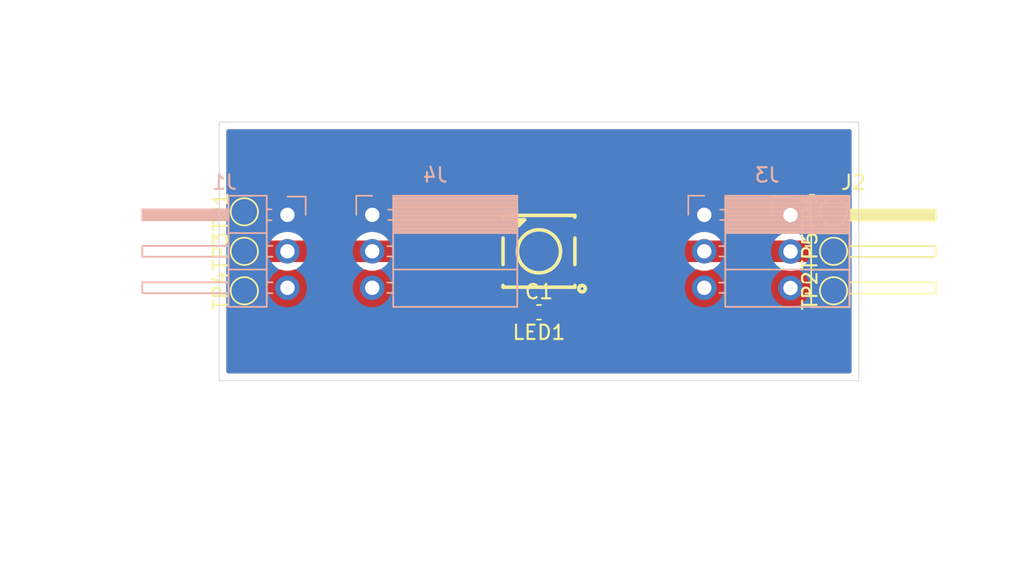
<source format=kicad_pcb>
(kicad_pcb (version 20240108) (generator "pcbnew") (generator_version "8.0")
  (layers (0 "F.Cu" signal) (31 "B.Cu" signal) (34 "B.Paste" user) (35 "F.Paste" user) (36 "B.SilkS" user "B.Silkscreen") (37 "F.SilkS" user "F.Silkscreen") (38 "B.Mask" user) (39 "F.Mask" user) (44 "Edge.Cuts" user))
  (net 0 "")
  (net 1 "GND")
  (net 2 "+5V")
  (net 3 "Net-(J1-Pin_2)")
  (net 4 "Net-(J2-Pin_2)")
  (footprint "Capacitor_SMD:C_0603_1608Metric" (layer "F.Cu") (at 104.25 85.75)
    (property "Reference" "C1" (at 0 -1.43 0) (layer "F.SilkS"))
    (property "Value" "C")
    (fp_line (start -0.14058 -0.51) (end 0.14058 -0.51) (stroke (width 0.12)) (layer "F.SilkS"))
    (fp_line (start -0.14058 0.51) (end 0.14058 0.51) (stroke (width 0.12)) (layer "F.SilkS"))
    (pad "1" smd roundrect (at -0.775 0) (size 0.9 0.95) (layers "F.Cu" "F.Paste" "F.Mask") (net 1 "GND"))
    (pad "2" smd roundrect (at 0.775 0) (size 0.9 0.95) (layers "F.Cu" "F.Paste" "F.Mask") (net 2 "+5V"))
  )
  (footprint "TestPoint:TestPoint_Pad_D1.5mm" (layer "F.Cu") (at 83.75 84.25 90)
    (property "Reference" "TP4" (at 0 -1.648 90) (layer "F.SilkS"))
    (property "Value" "TestPoint")
    (fp_circle (center 0 0) (end 0 0.95) (stroke (width 0.12)) (fill none) (layer "F.SilkS"))
    (pad "1" smd circle (at 0 0 90) (size 1.5 1.5) (layers "F.Cu" "F.Mask") (net 1 "GND"))
  )
  (footprint "TestPoint:TestPoint_Pad_D1.5mm" (layer "F.Cu") (at 124.75 78.75 90)
    (property "Reference" "TP6" (at 0 -1.648 90) (layer "F.SilkS"))
    (property "Value" "TestPoint")
    (fp_circle (center 0 0) (end 0 0.95) (stroke (width 0.12)) (fill none) (layer "F.SilkS"))
    (pad "1" smd circle (at 0 0 90) (size 1.5 1.5) (layers "F.Cu" "F.Mask") (net 2 "+5V"))
  )
  (footprint "TestPoint:TestPoint_Pad_D1.5mm" (layer "F.Cu") (at 83.75 78.75 90)
    (property "Reference" "TP1" (at 0 -1.648 90) (layer "F.SilkS"))
    (property "Value" "TestPoint")
    (fp_circle (center 0 0) (end 0 0.95) (stroke (width 0.12)) (fill none) (layer "F.SilkS"))
    (pad "1" smd circle (at 0 0 90) (size 1.5 1.5) (layers "F.Cu" "F.Mask") (net 2 "+5V"))
  )
  (footprint "TestPoint:TestPoint_Pad_D1.5mm" (layer "F.Cu") (at 124.75 81.5 90)
    (property "Reference" "TP5" (at 0 -1.648 90) (layer "F.SilkS"))
    (property "Value" "TestPoint")
    (fp_circle (center 0 0) (end 0 0.95) (stroke (width 0.12)) (fill none) (layer "F.SilkS"))
    (pad "1" smd circle (at 0 0 90) (size 1.5 1.5) (layers "F.Cu" "F.Mask") (net 4 "Net-(J2-Pin_2)"))
  )
  (footprint "TestPoint:TestPoint_Pad_D1.5mm" (layer "F.Cu") (at 83.75 81.5 90)
    (property "Reference" "TP3" (at 0 -1.648 90) (layer "F.SilkS"))
    (property "Value" "TestPoint")
    (fp_circle (center 0 0) (end 0 0.95) (stroke (width 0.12)) (fill none) (layer "F.SilkS"))
    (pad "1" smd circle (at 0 0 90) (size 1.5 1.5) (layers "F.Cu" "F.Mask") (net 3 "Net-(J1-Pin_2)"))
  )
  (footprint "TestPoint:TestPoint_Pad_D1.5mm" (layer "F.Cu") (at 124.75 84.25 90)
    (property "Reference" "TP2" (at 0 -1.648 90) (layer "F.SilkS"))
    (property "Value" "TestPoint")
    (fp_circle (center 0 0) (end 0 0.95) (stroke (width 0.12)) (fill none) (layer "F.SilkS"))
    (pad "1" smd circle (at 0 0 90) (size 1.5 1.5) (layers "F.Cu" "F.Mask") (net 1 "GND"))
  )
  (footprint "Connector_PinHeader_2.54mm:PinHeader_1x03_P2.54mm_Horizontal" (layer "F.Cu") (at 121.75 78.975)
    (property "Reference" "J2" (at 4.385 -2.27 0) (layer "F.SilkS"))
    (property "Value" "Conn_01x03")
    (fp_line (start -1.27 -1.27) (end 0 -1.27) (stroke (width 0.12)) (layer "F.SilkS"))
    (fp_line (start -1.27 0) (end -1.27 -1.27) (stroke (width 0.12)) (layer "F.SilkS"))
    (fp_line (start 1.042929 2.16) (end 1.44 2.16) (stroke (width 0.12)) (layer "F.SilkS"))
    (fp_line (start 1.042929 2.92) (end 1.44 2.92) (stroke (width 0.12)) (layer "F.SilkS"))
    (fp_line (start 1.042929 4.7) (end 1.44 4.7) (stroke (width 0.12)) (layer "F.SilkS"))
    (fp_line (start 1.042929 5.46) (end 1.44 5.46) (stroke (width 0.12)) (layer "F.SilkS"))
    (fp_line (start 1.11 -0.38) (end 1.44 -0.38) (stroke (width 0.12)) (layer "F.SilkS"))
    (fp_line (start 1.11 0.38) (end 1.44 0.38) (stroke (width 0.12)) (layer "F.SilkS"))
    (fp_line (start 1.44 -1.33) (end 1.44 6.41) (stroke (width 0.12)) (layer "F.SilkS"))
    (fp_line (start 1.44 1.27) (end 4.1 1.27) (stroke (width 0.12)) (layer "F.SilkS"))
    (fp_line (start 1.44 3.81) (end 4.1 3.81) (stroke (width 0.12)) (layer "F.SilkS"))
    (fp_line (start 1.44 6.41) (end 4.1 6.41) (stroke (width 0.12)) (layer "F.SilkS"))
    (fp_line (start 4.1 -1.33) (end 1.44 -1.33) (stroke (width 0.12)) (layer "F.SilkS"))
    (fp_line (start 4.1 -0.38) (end 10.1 -0.38) (stroke (width 0.12)) (layer "F.SilkS"))
    (fp_line (start 4.1 -0.32) (end 10.1 -0.32) (stroke (width 0.12)) (layer "F.SilkS"))
    (fp_line (start 4.1 -0.2) (end 10.1 -0.2) (stroke (width 0.12)) (layer "F.SilkS"))
    (fp_line (start 4.1 -0.08) (end 10.1 -0.08) (stroke (width 0.12)) (layer "F.SilkS"))
    (fp_line (start 4.1 0.04) (end 10.1 0.04) (stroke (width 0.12)) (layer "F.SilkS"))
    (fp_line (start 4.1 0.16) (end 10.1 0.16) (stroke (width 0.12)) (layer "F.SilkS"))
    (fp_line (start 4.1 0.28) (end 10.1 0.28) (stroke (width 0.12)) (layer "F.SilkS"))
    (fp_line (start 4.1 2.16) (end 10.1 2.16) (stroke (width 0.12)) (layer "F.SilkS"))
    (fp_line (start 4.1 4.7) (end 10.1 4.7) (stroke (width 0.12)) (layer "F.SilkS"))
    (fp_line (start 4.1 6.41) (end 4.1 -1.33) (stroke (width 0.12)) (layer "F.SilkS"))
    (fp_line (start 10.1 -0.38) (end 10.1 0.38) (stroke (width 0.12)) (layer "F.SilkS"))
    (fp_line (start 10.1 0.38) (end 4.1 0.38) (stroke (width 0.12)) (layer "F.SilkS"))
    (fp_line (start 10.1 2.16) (end 10.1 2.92) (stroke (width 0.12)) (layer "F.SilkS"))
    (fp_line (start 10.1 2.92) (end 4.1 2.92) (stroke (width 0.12)) (layer "F.SilkS"))
    (fp_line (start 10.1 4.7) (end 10.1 5.46) (stroke (width 0.12)) (layer "F.SilkS"))
    (fp_line (start 10.1 5.46) (end 4.1 5.46) (stroke (width 0.12)) (layer "F.SilkS"))
    (pad "1" thru_hole rect (at 0 0) (size 1.7 1.7) (drill 1) (layers "*.Cu" "*.Mask") (net 2 "+5V"))
    (pad "2" thru_hole oval (at 0 2.54) (size 1.7 1.7) (drill 1) (layers "*.Cu" "*.Mask") (net 4 "Net-(J2-Pin_2)"))
    (pad "3" thru_hole oval (at 0 5.08) (size 1.7 1.7) (drill 1) (layers "*.Cu" "*.Mask") (net 1 "GND"))
  )
  (footprint "easyeda2kicad:LED-SMD_4P-L5.0-W5.0-BL_TC5050RGB" (layer "F.Cu") (at 104.25 81.5 180)
    (property "Reference" "LED1" (at 0 -5.65 0) (layer "F.SilkS"))
    (property "Value" "WS2812B-B")
    (fp_line (start 2.5 2.38) (end 2.5 2.5) (stroke (width 0.25)) (layer "F.SilkS"))
    (fp_line (start 2.5 -0.92) (end 2.5 0.92) (stroke (width 0.25)) (layer "F.SilkS"))
    (fp_line (start 2.5 -2.5) (end 2.5 -2.38) (stroke (width 0.25)) (layer "F.SilkS"))
    (fp_line (start 1.4 2.2) (end 1 2.2) (stroke (width 0.25)) (layer "F.SilkS"))
    (fp_line (start 1.4 1.8) (end 1.4 2.2) (stroke (width 0.25)) (layer "F.SilkS"))
    (fp_line (start 1 2.2) (end 1.4 1.8) (stroke (width 0.25)) (layer "F.SilkS"))
    (fp_line (start -2.5 2.5) (end 2.5 2.5) (stroke (width 0.25)) (layer "F.SilkS"))
    (fp_line (start -2.5 2.38) (end -2.5 2.5) (stroke (width 0.25)) (layer "F.SilkS"))
    (fp_line (start -2.5 -0.92) (end -2.5 0.92) (stroke (width 0.25)) (layer "F.SilkS"))
    (fp_line (start -2.5 -2.5) (end 2.5 -2.5) (stroke (width 0.25)) (layer "F.SilkS"))
    (fp_line (start -2.5 -2.5) (end -2.5 -2.38) (stroke (width 0.25)) (layer "F.SilkS"))
    (fp_circle (center 0 0) (end 1.5 0) (stroke (width 0.25)) (fill none) (layer "F.SilkS"))
    (fp_circle (center -3 -2.6) (end -2.9 -2.6) (stroke (width 0.25)) (fill none) (layer "F.SilkS"))
    (pad "1" smd rect (at -2.5 -1.65 180) (size 1.5 1) (layers "F.Cu" "F.Paste" "F.Mask") (net 2 "+5V"))
    (pad "2" smd rect (at -2.5 1.65 180) (size 1.5 1) (layers "F.Cu" "F.Paste" "F.Mask") (net 4 "Net-(J2-Pin_2)"))
    (pad "3" smd rect (at 2.5 1.65 180) (size 1.5 1) (layers "F.Cu" "F.Paste" "F.Mask") (net 1 "GND"))
    (pad "4" smd rect (at 2.5 -1.65 180) (size 1.5 1) (layers "F.Cu" "F.Paste" "F.Mask") (net 3 "Net-(J1-Pin_2)"))
  )
  (footprint "Connector_PinSocket_2.54mm:PinSocket_1x03_P2.54mm_Horizontal" (layer "B.Cu") (at 92.65 78.96 180)
    (property "Reference" "J4" (at -4.38 2.77 0) (layer "B.SilkS") (effects (justify mirror)))
    (property "Value" "Conn_01x03")
    (fp_line (start 1.11 1.33) (end 0 1.33) (stroke (width 0.12)) (layer "B.SilkS"))
    (fp_line (start 1.11 0) (end 1.11 1.33) (stroke (width 0.12)) (layer "B.SilkS"))
    (fp_line (start -1.05 -2.18) (end -1.46 -2.18) (stroke (width 0.12)) (layer "B.SilkS"))
    (fp_line (start -1.05 -2.9) (end -1.46 -2.9) (stroke (width 0.12)) (layer "B.SilkS"))
    (fp_line (start -1.05 -4.72) (end -1.46 -4.72) (stroke (width 0.12)) (layer "B.SilkS"))
    (fp_line (start -1.05 -5.44) (end -1.46 -5.44) (stroke (width 0.12)) (layer "B.SilkS"))
    (fp_line (start -1.11 0.36) (end -1.46 0.36) (stroke (width 0.12)) (layer "B.SilkS"))
    (fp_line (start -1.11 -0.36) (end -1.46 -0.36) (stroke (width 0.12)) (layer "B.SilkS"))
    (fp_line (start -1.46 1.33) (end -10.09 1.33) (stroke (width 0.12)) (layer "B.SilkS"))
    (fp_line (start -1.46 1.21) (end -10.09 1.21) (stroke (width 0.12)) (layer "B.SilkS"))
    (fp_line (start -1.46 1.091905) (end -10.09 1.091905) (stroke (width 0.12)) (layer "B.SilkS"))
    (fp_line (start -1.46 0.97381) (end -10.09 0.97381) (stroke (width 0.12)) (layer "B.SilkS"))
    (fp_line (start -1.46 0.855715) (end -10.09 0.855715) (stroke (width 0.12)) (layer "B.SilkS"))
    (fp_line (start -1.46 0.73762) (end -10.09 0.73762) (stroke (width 0.12)) (layer "B.SilkS"))
    (fp_line (start -1.46 0.619525) (end -10.09 0.619525) (stroke (width 0.12)) (layer "B.SilkS"))
    (fp_line (start -1.46 0.50143) (end -10.09 0.50143) (stroke (width 0.12)) (layer "B.SilkS"))
    (fp_line (start -1.46 0.383335) (end -10.09 0.383335) (stroke (width 0.12)) (layer "B.SilkS"))
    (fp_line (start -1.46 0.26524) (end -10.09 0.26524) (stroke (width 0.12)) (layer "B.SilkS"))
    (fp_line (start -1.46 0.147145) (end -10.09 0.147145) (stroke (width 0.12)) (layer "B.SilkS"))
    (fp_line (start -1.46 0.02905) (end -10.09 0.02905) (stroke (width 0.12)) (layer "B.SilkS"))
    (fp_line (start -1.46 -0.089045) (end -10.09 -0.089045) (stroke (width 0.12)) (layer "B.SilkS"))
    (fp_line (start -1.46 -0.20714) (end -10.09 -0.20714) (stroke (width 0.12)) (layer "B.SilkS"))
    (fp_line (start -1.46 -0.325235) (end -10.09 -0.325235) (stroke (width 0.12)) (layer "B.SilkS"))
    (fp_line (start -1.46 -0.44333) (end -10.09 -0.44333) (stroke (width 0.12)) (layer "B.SilkS"))
    (fp_line (start -1.46 -0.561425) (end -10.09 -0.561425) (stroke (width 0.12)) (layer "B.SilkS"))
    (fp_line (start -1.46 -0.67952) (end -10.09 -0.67952) (stroke (width 0.12)) (layer "B.SilkS"))
    (fp_line (start -1.46 -0.797615) (end -10.09 -0.797615) (stroke (width 0.12)) (layer "B.SilkS"))
    (fp_line (start -1.46 -0.91571) (end -10.09 -0.91571) (stroke (width 0.12)) (layer "B.SilkS"))
    (fp_line (start -1.46 -1.033805) (end -10.09 -1.033805) (stroke (width 0.12)) (layer "B.SilkS"))
    (fp_line (start -1.46 -1.1519) (end -10.09 -1.1519) (stroke (width 0.12)) (layer "B.SilkS"))
    (fp_line (start -1.46 -1.27) (end -10.09 -1.27) (stroke (width 0.12)) (layer "B.SilkS"))
    (fp_line (start -1.46 -3.81) (end -10.09 -3.81) (stroke (width 0.12)) (layer "B.SilkS"))
    (fp_line (start -1.46 -6.41) (end -1.46 1.33) (stroke (width 0.12)) (layer "B.SilkS"))
    (fp_line (start -1.46 -6.41) (end -10.09 -6.41) (stroke (width 0.12)) (layer "B.SilkS"))
    (fp_line (start -10.09 -6.41) (end -10.09 1.33) (stroke (width 0.12)) (layer "B.SilkS"))
    (pad "1" thru_hole rect (at 0 0 180) (size 1.7 1.7) (drill 1) (layers "*.Cu" "*.Mask") (net 2 "+5V"))
    (pad "2" thru_hole oval (at 0 -2.54 180) (size 1.7 1.7) (drill 1) (layers "*.Cu" "*.Mask") (net 3 "Net-(J1-Pin_2)"))
    (pad "3" thru_hole oval (at 0 -5.08 180) (size 1.7 1.7) (drill 1) (layers "*.Cu" "*.Mask") (net 1 "GND"))
  )
  (footprint "Connector_PinSocket_2.54mm:PinSocket_1x03_P2.54mm_Horizontal" (layer "B.Cu") (at 115.75 78.96 180)
    (property "Reference" "J3" (at -4.38 2.77 0) (layer "B.SilkS") (effects (justify mirror)))
    (property "Value" "Conn_01x03")
    (fp_line (start 1.11 1.33) (end 0 1.33) (stroke (width 0.12)) (layer "B.SilkS"))
    (fp_line (start 1.11 0) (end 1.11 1.33) (stroke (width 0.12)) (layer "B.SilkS"))
    (fp_line (start -1.05 -2.18) (end -1.46 -2.18) (stroke (width 0.12)) (layer "B.SilkS"))
    (fp_line (start -1.05 -2.9) (end -1.46 -2.9) (stroke (width 0.12)) (layer "B.SilkS"))
    (fp_line (start -1.05 -4.72) (end -1.46 -4.72) (stroke (width 0.12)) (layer "B.SilkS"))
    (fp_line (start -1.05 -5.44) (end -1.46 -5.44) (stroke (width 0.12)) (layer "B.SilkS"))
    (fp_line (start -1.11 0.36) (end -1.46 0.36) (stroke (width 0.12)) (layer "B.SilkS"))
    (fp_line (start -1.11 -0.36) (end -1.46 -0.36) (stroke (width 0.12)) (layer "B.SilkS"))
    (fp_line (start -1.46 1.33) (end -10.09 1.33) (stroke (width 0.12)) (layer "B.SilkS"))
    (fp_line (start -1.46 1.21) (end -10.09 1.21) (stroke (width 0.12)) (layer "B.SilkS"))
    (fp_line (start -1.46 1.091905) (end -10.09 1.091905) (stroke (width 0.12)) (layer "B.SilkS"))
    (fp_line (start -1.46 0.97381) (end -10.09 0.97381) (stroke (width 0.12)) (layer "B.SilkS"))
    (fp_line (start -1.46 0.855715) (end -10.09 0.855715) (stroke (width 0.12)) (layer "B.SilkS"))
    (fp_line (start -1.46 0.73762) (end -10.09 0.73762) (stroke (width 0.12)) (layer "B.SilkS"))
    (fp_line (start -1.46 0.619525) (end -10.09 0.619525) (stroke (width 0.12)) (layer "B.SilkS"))
    (fp_line (start -1.46 0.50143) (end -10.09 0.50143) (stroke (width 0.12)) (layer "B.SilkS"))
    (fp_line (start -1.46 0.383335) (end -10.09 0.383335) (stroke (width 0.12)) (layer "B.SilkS"))
    (fp_line (start -1.46 0.26524) (end -10.09 0.26524) (stroke (width 0.12)) (layer "B.SilkS"))
    (fp_line (start -1.46 0.147145) (end -10.09 0.147145) (stroke (width 0.12)) (layer "B.SilkS"))
    (fp_line (start -1.46 0.02905) (end -10.09 0.02905) (stroke (width 0.12)) (layer "B.SilkS"))
    (fp_line (start -1.46 -0.089045) (end -10.09 -0.089045) (stroke (width 0.12)) (layer "B.SilkS"))
    (fp_line (start -1.46 -0.20714) (end -10.09 -0.20714) (stroke (width 0.12)) (layer "B.SilkS"))
    (fp_line (start -1.46 -0.325235) (end -10.09 -0.325235) (stroke (width 0.12)) (layer "B.SilkS"))
    (fp_line (start -1.46 -0.44333) (end -10.09 -0.44333) (stroke (width 0.12)) (layer "B.SilkS"))
    (fp_line (start -1.46 -0.561425) (end -10.09 -0.561425) (stroke (width 0.12)) (layer "B.SilkS"))
    (fp_line (start -1.46 -0.67952) (end -10.09 -0.67952) (stroke (width 0.12)) (layer "B.SilkS"))
    (fp_line (start -1.46 -0.797615) (end -10.09 -0.797615) (stroke (width 0.12)) (layer "B.SilkS"))
    (fp_line (start -1.46 -0.91571) (end -10.09 -0.91571) (stroke (width 0.12)) (layer "B.SilkS"))
    (fp_line (start -1.46 -1.033805) (end -10.09 -1.033805) (stroke (width 0.12)) (layer "B.SilkS"))
    (fp_line (start -1.46 -1.1519) (end -10.09 -1.1519) (stroke (width 0.12)) (layer "B.SilkS"))
    (fp_line (start -1.46 -1.27) (end -10.09 -1.27) (stroke (width 0.12)) (layer "B.SilkS"))
    (fp_line (start -1.46 -3.81) (end -10.09 -3.81) (stroke (width 0.12)) (layer "B.SilkS"))
    (fp_line (start -1.46 -6.41) (end -1.46 1.33) (stroke (width 0.12)) (layer "B.SilkS"))
    (fp_line (start -1.46 -6.41) (end -10.09 -6.41) (stroke (width 0.12)) (layer "B.SilkS"))
    (fp_line (start -10.09 -6.41) (end -10.09 1.33) (stroke (width 0.12)) (layer "B.SilkS"))
    (pad "1" thru_hole rect (at 0 0 180) (size 1.7 1.7) (drill 1) (layers "*.Cu" "*.Mask") (net 2 "+5V"))
    (pad "2" thru_hole oval (at 0 -2.54 180) (size 1.7 1.7) (drill 1) (layers "*.Cu" "*.Mask") (net 4 "Net-(J2-Pin_2)"))
    (pad "3" thru_hole oval (at 0 -5.08 180) (size 1.7 1.7) (drill 1) (layers "*.Cu" "*.Mask") (net 1 "GND"))
  )
  (footprint "Connector_PinHeader_2.54mm:PinHeader_1x03_P2.54mm_Horizontal" (layer "B.Cu") (at 86.75 78.96 180)
    (property "Reference" "J1" (at 4.385 2.27 0) (layer "B.SilkS") (effects (justify mirror)))
    (property "Value" "Conn_01x03")
    (fp_line (start 10.1 0.38) (end 4.1 0.38) (stroke (width 0.12)) (layer "B.SilkS"))
    (fp_line (start 10.1 0.32) (end 4.1 0.32) (stroke (width 0.12)) (layer "B.SilkS"))
    (fp_line (start 10.1 0.2) (end 4.1 0.2) (stroke (width 0.12)) (layer "B.SilkS"))
    (fp_line (start 10.1 0.08) (end 4.1 0.08) (stroke (width 0.12)) (layer "B.SilkS"))
    (fp_line (start 10.1 -0.04) (end 4.1 -0.04) (stroke (width 0.12)) (layer "B.SilkS"))
    (fp_line (start 10.1 -0.16) (end 4.1 -0.16) (stroke (width 0.12)) (layer "B.SilkS"))
    (fp_line (start 10.1 -0.28) (end 4.1 -0.28) (stroke (width 0.12)) (layer "B.SilkS"))
    (fp_line (start 10.1 -0.38) (end 10.1 0.38) (stroke (width 0.12)) (layer "B.SilkS"))
    (fp_line (start 10.1 -2.16) (end 4.1 -2.16) (stroke (width 0.12)) (layer "B.SilkS"))
    (fp_line (start 10.1 -2.92) (end 10.1 -2.16) (stroke (width 0.12)) (layer "B.SilkS"))
    (fp_line (start 10.1 -4.7) (end 4.1 -4.7) (stroke (width 0.12)) (layer "B.SilkS"))
    (fp_line (start 10.1 -5.46) (end 10.1 -4.7) (stroke (width 0.12)) (layer "B.SilkS"))
    (fp_line (start 4.1 1.33) (end 4.1 -6.41) (stroke (width 0.12)) (layer "B.SilkS"))
    (fp_line (start 4.1 -0.38) (end 10.1 -0.38) (stroke (width 0.12)) (layer "B.SilkS"))
    (fp_line (start 4.1 -1.27) (end 1.44 -1.27) (stroke (width 0.12)) (layer "B.SilkS"))
    (fp_line (start 4.1 -2.92) (end 10.1 -2.92) (stroke (width 0.12)) (layer "B.SilkS"))
    (fp_line (start 4.1 -3.81) (end 1.44 -3.81) (stroke (width 0.12)) (layer "B.SilkS"))
    (fp_line (start 4.1 -5.46) (end 10.1 -5.46) (stroke (width 0.12)) (layer "B.SilkS"))
    (fp_line (start 4.1 -6.41) (end 1.44 -6.41) (stroke (width 0.12)) (layer "B.SilkS"))
    (fp_line (start 1.44 1.33) (end 4.1 1.33) (stroke (width 0.12)) (layer "B.SilkS"))
    (fp_line (start 1.44 0.38) (end 1.11 0.38) (stroke (width 0.12)) (layer "B.SilkS"))
    (fp_line (start 1.44 -0.38) (end 1.11 -0.38) (stroke (width 0.12)) (layer "B.SilkS"))
    (fp_line (start 1.44 -2.16) (end 1.042929 -2.16) (stroke (width 0.12)) (layer "B.SilkS"))
    (fp_line (start 1.44 -2.92) (end 1.042929 -2.92) (stroke (width 0.12)) (layer "B.SilkS"))
    (fp_line (start 1.44 -4.7) (end 1.042929 -4.7) (stroke (width 0.12)) (layer "B.SilkS"))
    (fp_line (start 1.44 -5.46) (end 1.042929 -5.46) (stroke (width 0.12)) (layer "B.SilkS"))
    (fp_line (start 1.44 -6.41) (end 1.44 1.33) (stroke (width 0.12)) (layer "B.SilkS"))
    (fp_line (start 0 1.27) (end -1.27 1.27) (stroke (width 0.12)) (layer "B.SilkS"))
    (fp_line (start -1.27 1.27) (end -1.27 0) (stroke (width 0.12)) (layer "B.SilkS"))
    (pad "1" thru_hole rect (at 0 0 180) (size 1.7 1.7) (drill 1) (layers "*.Cu" "*.Mask") (net 2 "+5V"))
    (pad "2" thru_hole oval (at 0 -2.54 180) (size 1.7 1.7) (drill 1) (layers "*.Cu" "*.Mask") (net 3 "Net-(J1-Pin_2)"))
    (pad "3" thru_hole oval (at 0 -5.08 180) (size 1.7 1.7) (drill 1) (layers "*.Cu" "*.Mask") (net 1 "GND"))
  )
  (gr_rect (start 82 72.5) (end 126.5 90.5) (stroke (width 0.05)) (fill none) (layer "Edge.Cuts"))
  (segment (start 103.475 81.575) (end 103.475 85.75) (width 1.5) (layer "F.Cu") (net 1))
  (segment (start 104.2 87.45) (end 112.34 87.45) (width 1.5) (layer "F.Cu") (net 1))
  (segment (start 101.75 79.85) (end 103.475 81.575) (width 1.5) (layer "F.Cu") (net 1))
  (segment (start 83.75 84.25) (end 92.44 84.25) (width 1.5) (layer "F.Cu") (net 1))
  (segment (start 94.36 85.75) (end 98.75 85.75) (width 1.5) (layer "F.Cu") (net 1))
  (segment (start 103.475 85.75) (end 103.475 86.725) (width 1.5) (layer "F.Cu") (net 1))
  (segment (start 98.75 85.75) (end 103.475 85.75) (width 1.5) (layer "F.Cu") (net 1))
  (segment (start 115.75 84.04) (end 124.54 84.04) (width 1.5) (layer "F.Cu") (net 1))
  (segment (start 124.54 84.04) (end 124.75 84.25) (width 1.5) (layer "F.Cu") (net 1))
  (segment (start 112.34 87.45) (end 115.75 84.04) (width 1.5) (layer "F.Cu") (net 1))
  (segment (start 92.44 84.25) (end 92.65 84.04) (width 1.5) (layer "F.Cu") (net 1))
  (segment (start 103.475 86.725) (end 104.2 87.45) (width 1.5) (layer "F.Cu") (net 1))
  (segment (start 92.65 84.04) (end 94.36 85.75) (width 1.5) (layer "F.Cu") (net 1))
  (segment (start 106.75 83.15) (end 105.175 84.725) (width 1.5) (layer "F.Cu") (net 2))
  (segment (start 104.777082 80.472918) (end 106.75 82.445836) (width 1.5) (layer "F.Cu") (net 2))
  (segment (start 106.75 82.445836) (end 106.75 83.15) (width 1.5) (layer "F.Cu") (net 2))
  (segment (start 83.75 78.75) (end 92.44 78.75) (width 1.5) (layer "F.Cu") (net 2))
  (segment (start 124.75 78.75) (end 116.75 78.75) (width 1.5) (layer "F.Cu") (net 2))
  (segment (start 92.65 78.96) (end 93.46 78.15) (width 1.5) (layer "F.Cu") (net 2))
  (segment (start 99.25 78.15) (end 104.254164 78.15) (width 1.5) (layer "F.Cu") (net 2))
  (segment (start 93.46 78.15) (end 99.25 78.15) (width 1.5) (layer "F.Cu") (net 2))
  (segment (start 115.96 78.75) (end 115.36 78.15) (width 1.5) (layer "F.Cu") (net 2))
  (segment (start 115.36 78.15) (end 105.3 78.15) (width 1.5) (layer "F.Cu") (net 2))
  (segment (start 104.777082 78.672918) (end 104.777082 80.472918) (width 1.5) (layer "F.Cu") (net 2))
  (segment (start 104.254164 78.15) (end 104.777082 78.672918) (width 1.5) (layer "F.Cu") (net 2))
  (segment (start 116.75 78.75) (end 115.96 78.75) (width 1.5) (layer "F.Cu") (net 2))
  (segment (start 115.96 78.75) (end 115.75 78.96) (width 1.5) (layer "F.Cu") (net 2))
  (segment (start 92.44 78.75) (end 92.65 78.96) (width 1.5) (layer "F.Cu") (net 2))
  (segment (start 105.3 78.15) (end 104.777082 78.672918) (width 1.5) (layer "F.Cu") (net 2))
  (segment (start 105.175 84.725) (end 105.175 85.75) (width 1.5) (layer "F.Cu") (net 2))
  (segment (start 100.1 81.5) (end 101.75 83.15) (width 1.5) (layer "F.Cu") (net 3))
  (segment (start 92.65 81.5) (end 100.1 81.5) (width 1.5) (layer "F.Cu") (net 3))
  (segment (start 92.65 81.5) (end 83.75 81.5) (width 1.5) (layer "F.Cu") (net 3))
  (segment (start 106.75 79.85) (end 108.4 81.5) (width 1.5) (layer "F.Cu") (net 4))
  (segment (start 108.4 81.5) (end 115.75 81.5) (width 1.5) (layer "F.Cu") (net 4))
  (segment (start 115.75 81.5) (end 124.75 81.5) (width 1.5) (layer "F.Cu") (net 4))
  (zone (net 1) (net_name "GND") (layer "F.Cu") (priority 2) (connect_pads yes (clearance 0.5)) (min_thickness 0.25) (fill yes (thermal_gap 0.5) (thermal_bridge_width 0.5))
    (polygon (pts (xy 136 82.25) (xy 72 81) (xy 80 96) (xy 136 96)))
  )
  (zone (net 2) (net_name "+5V") (layer "F.Cu") (connect_pads yes (clearance 0.5)) (min_thickness 0.25) (fill yes (thermal_gap 0.5) (thermal_bridge_width 0.5))
    (polygon (pts (xy 74.5 65.5) (xy 134 65.25) (xy 138 95.75) (xy 66.75 97.5)))
  )
  (zone (net 2) (net_name "+5V") (layer "B.Cu") (priority 1) (connect_pads yes (clearance 0.5)) (min_thickness 0.25) (fill yes (thermal_gap 0.5) (thermal_bridge_width 0.5))
    (polygon (pts (xy 72 64) (xy 128 64) (xy 128 88) (xy 120 104) (xy 72 96)))
  )
)
</source>
